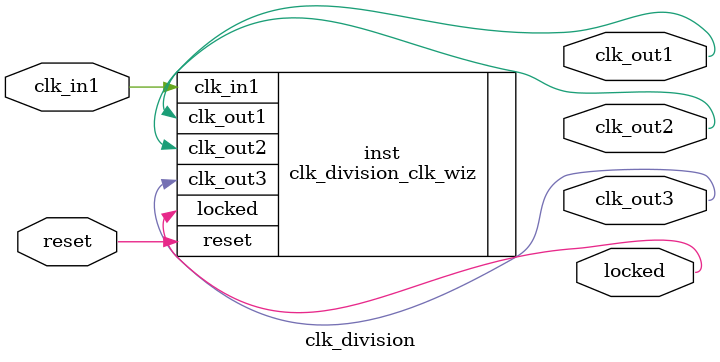
<source format=v>


`timescale 1ps/1ps

(* CORE_GENERATION_INFO = "clk_division,clk_wiz_v6_0_2_0_0,{component_name=clk_division,use_phase_alignment=true,use_min_o_jitter=false,use_max_i_jitter=false,use_dyn_phase_shift=false,use_inclk_switchover=false,use_dyn_reconfig=false,enable_axi=0,feedback_source=FDBK_AUTO,PRIMITIVE=MMCM,num_out_clk=3,clkin1_period=10.000,clkin2_period=10.000,use_power_down=false,use_reset=true,use_locked=true,use_inclk_stopped=false,feedback_type=SINGLE,CLOCK_MGR_TYPE=NA,manual_override=false}" *)

module clk_division 
 (
  // Clock out ports
  output        clk_out1,
  output        clk_out2,
  output        clk_out3,
  // Status and control signals
  input         reset,
  output        locked,
 // Clock in ports
  input         clk_in1
 );

  clk_division_clk_wiz inst
  (
  // Clock out ports  
  .clk_out1(clk_out1),
  .clk_out2(clk_out2),
  .clk_out3(clk_out3),
  // Status and control signals               
  .reset(reset), 
  .locked(locked),
 // Clock in ports
  .clk_in1(clk_in1)
  );

endmodule

</source>
